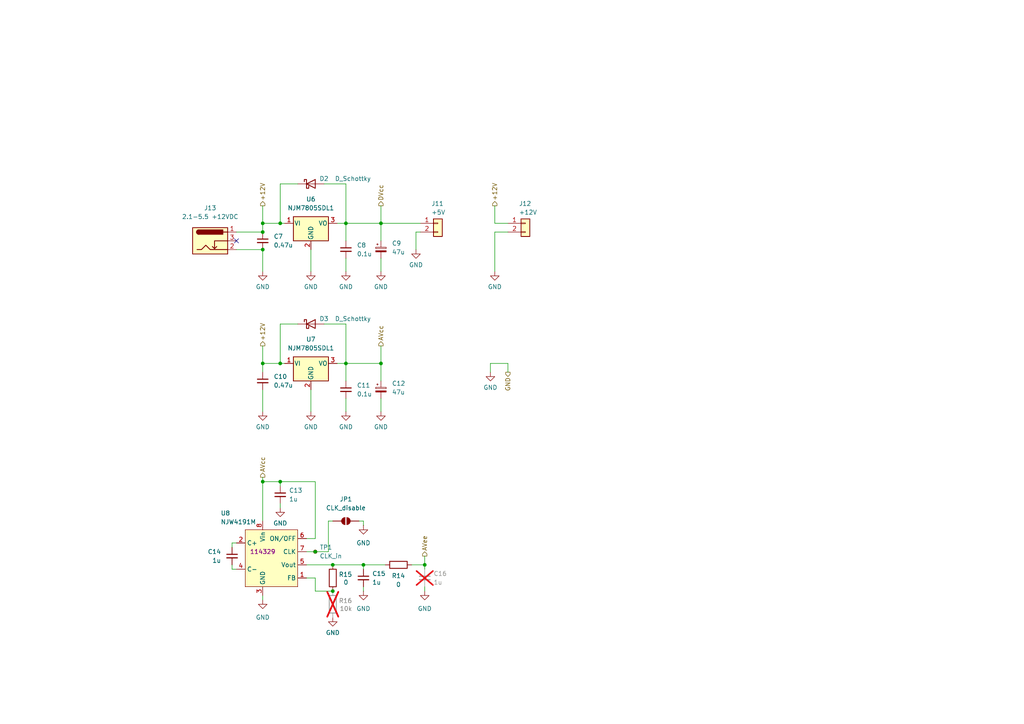
<source format=kicad_sch>
(kicad_sch (version 20250114) (generator "eeschema") (generator_version "9.0")
  (paper "A4")
  (lib_symbols
    (symbol "AM_PowerIC_Switching:NJM4191M"
      (property "Reference" "U" (at 4.318 10.414 0))
      (property "Value" "NJM4191M" (at 8.636 8.128 0))
      (symbol "NJM4191M_1_1"
        (rectangle (start -5.08 6.35) (end 10.16 -10.16) (fill (type background)))
        (pin passive line (at -7.62 2.54 0) (length 2.54) (name "C+") (number "2"))
        (pin passive line (at -7.62 -5.08 0) (length 2.54) (name "C-") (number "4"))
        (pin power_in line (at 0 8.89 270) (length 2.54) (name "Vin") (number "8"))
        (pin power_in line (at 0 -12.7 90) (length 2.54) (name "GND") (number "3"))
        (pin passive line (at 12.7 3.81 180) (length 2.54) (name "ON/OFF") (number "6"))
        (pin passive line (at 12.7 0 180) (length 2.54) (name "CLK") (number "7"))
        (pin power_out line (at 12.7 -3.81 180) (length 2.54) (name "Vout") (number "5"))
        (pin passive line (at 12.7 -7.62 180) (length 2.54) (name "FB") (number "1"))
      )
    )
    (symbol "Connector:Barrel_Jack_Switch_Pin3Ring" (pin_names (hide yes))
      (property "Reference" "J2" (at 0 9.525 0))
      (property "Value" "2.1-5.5 DC" (at 0 6.985 0))
      (symbol "Barrel_Jack_Switch_Pin3Ring_0_1"
        (rectangle (start -5.08 3.81) (end 5.08 -3.81) (stroke (width 0.254)) (fill (type background)))
        (polyline (pts (xy -3.81 -2.54) (xy -2.54 -2.54) (xy -1.27 -1.27) (xy 0 -2.54) (xy 2.54 -2.54) (xy 5.08 -2.54)) (stroke (width 0.254)))
        (arc (start -3.302 1.905) (mid -3.9342 2.54) (end -3.302 3.175) (stroke (width 0.254)))
        (arc (start -3.302 1.905) (mid -3.9342 2.54) (end -3.302 3.175) (stroke (width 0.254)) (fill (type outline)))
        (polyline (pts (xy 1.27 -2.286) (xy 1.905 -1.651)) (stroke (width 0.254)))
        (rectangle (start 3.683 3.175) (end -3.302 1.905) (stroke (width 0.254)) (fill (type outline)))
        (polyline (pts (xy 5.08 2.54) (xy 3.81 2.54)) (stroke (width 0.254)))
        (polyline (pts (xy 5.08 0) (xy 1.27 0) (xy 1.27 -2.286) (xy 0.635 -1.651)) (stroke (width 0.254)))
      )
      (symbol "Barrel_Jack_Switch_Pin3Ring_1_1"
        (pin passive line (at 7.62 2.54 180) (length 2.54) (name "~") (number "1"))
        (pin passive line (at 7.62 0 180) (length 2.54) (name "~") (number "3"))
        (pin passive line (at 7.62 -2.54 180) (length 2.54) (name "~") (number "2"))
      )
    )
    (symbol "Connector:TestPoint_Small" (pin_numbers (hide yes)) (pin_names (offset 0.762) (hide yes))
      (property "Reference" "TP" (at 0 3.81 0))
      (property "Value" "TestPoint_Small" (at 0 2.032 0))
      (symbol "TestPoint_Small_0_1"
        (circle (center 0 0) (radius 0.508))
      )
      (symbol "TestPoint_Small_1_1"
        (pin passive line (at 0 0 90) (length 0) (name "1") (number "1"))
      )
    )
    (symbol "Connector_Generic:Conn_01x02" (pin_names (offset 1.016) (hide yes))
      (property "Reference" "J" (at 0 2.54 0))
      (property "Value" "Conn_01x02" (at 0 -5.08 0))
      (symbol "Conn_01x02_1_1"
        (rectangle (start -1.27 1.27) (end 1.27 -3.81) (stroke (width 0.254)) (fill (type background)))
        (rectangle (start -1.27 0.127) (end 0 -0.127) (stroke (width 0.1524)))
        (rectangle (start -1.27 -2.413) (end 0 -2.667) (stroke (width 0.1524)))
        (pin passive line (at -5.08 0 0) (length 3.81) (name "Pin_1") (number "1"))
        (pin passive line (at -5.08 -2.54 0) (length 3.81) (name "Pin_2") (number "2"))
      )
    )
    (symbol "Device:C_Polarized_Small" (pin_numbers (hide yes)) (pin_names (offset 0.254) (hide yes))
      (property "Reference" "C" (at 0.254 1.778 0))
      (property "Value" "C_Polarized_Small" (at 0.254 -2.032 0))
      (symbol "C_Polarized_Small_0_1"
        (rectangle (start -1.524 0.6858) (end 1.524 0.3048))
        (rectangle (start -1.524 -0.3048) (end 1.524 -0.6858) (fill (type outline)))
        (polyline (pts (xy -1.27 1.524) (xy -0.762 1.524)))
        (polyline (pts (xy -1.016 1.27) (xy -1.016 1.778)))
      )
      (symbol "C_Polarized_Small_1_1"
        (pin passive line (at 0 2.54 270) (length 1.8542) (name "~") (number "1"))
        (pin passive line (at 0 -2.54 90) (length 1.8542) (name "~") (number "2"))
      )
    )
    (symbol "Device:C_Small" (pin_numbers (hide yes)) (pin_names (offset 0.254) (hide yes))
      (property "Reference" "C" (at 0.254 1.778 0))
      (property "Value" "C_Small" (at 0.254 -2.032 0))
      (symbol "C_Small_0_1"
        (polyline (pts (xy -1.524 0.508) (xy 1.524 0.508)) (stroke (width 0.3048)))
        (polyline (pts (xy -1.524 -0.508) (xy 1.524 -0.508)) (stroke (width 0.3302)))
      )
      (symbol "C_Small_1_1"
        (pin passive line (at 0 2.54 270) (length 2.032) (name "~") (number "1"))
        (pin passive line (at 0 -2.54 90) (length 2.032) (name "~") (number "2"))
      )
    )
    (symbol "Device:D_Schottky" (pin_numbers (hide yes)) (pin_names (offset 1.016) (hide yes))
      (property "Reference" "D" (at 0 2.54 0))
      (property "Value" "D_Schottky" (at 0 -2.54 0))
      (symbol "D_Schottky_0_1"
        (polyline (pts (xy -1.905 0.635) (xy -1.905 1.27) (xy -1.27 1.27) (xy -1.27 -1.27) (xy -0.635 -1.27) (xy -0.635 -0.635)) (stroke (width 0.254)))
        (polyline (pts (xy 1.27 1.27) (xy 1.27 -1.27) (xy -1.27 0) (xy 1.27 1.27)) (stroke (width 0.254)))
        (polyline (pts (xy 1.27 0) (xy -1.27 0)))
      )
      (symbol "D_Schottky_1_1"
        (pin passive line (at -3.81 0 0) (length 2.54) (name "K") (number "1"))
        (pin passive line (at 3.81 0 180) (length 2.54) (name "A") (number "2"))
      )
    )
    (symbol "Device:R" (pin_numbers (hide yes)) (pin_names (offset 0))
      (property "Reference" "R" (at 2.032 0 90))
      (property "Value" "R" (at 0 0 90))
      (symbol "R_0_1"
        (rectangle (start -1.016 -2.54) (end 1.016 2.54) (stroke (width 0.254)))
      )
      (symbol "R_1_1"
        (pin passive line (at 0 3.81 270) (length 1.27) (name "~") (number "1"))
        (pin passive line (at 0 -3.81 90) (length 1.27) (name "~") (number "2"))
      )
    )
    (symbol "GND_1" (power) (pin_numbers (hide yes)) (pin_names (offset 0) (hide yes))
      (property "Value" "GND" (at 0 -3.81 0))
      (symbol "GND_1_0_1"
        (polyline (pts (xy 0 0) (xy 0 -1.27) (xy 1.27 -1.27) (xy 0 -2.54) (xy -1.27 -1.27) (xy 0 -1.27)))
      )
      (symbol "GND_1_1_1"
        (pin power_in line (at 0 0 270) (length 0) (name "~") (number "1"))
      )
    )
    (symbol "Jumper:SolderJumper_2_Open" (pin_numbers (hide yes)) (pin_names (offset 0) (hide yes)) (exclude_from_sim yes) (in_bom no)
      (property "Reference" "JP" (at 0 2.032 0))
      (property "Value" "SolderJumper_2_Open" (at 0 -2.54 0))
      (symbol "SolderJumper_2_Open_0_1"
        (polyline (pts (xy -0.254 1.016) (xy -0.254 -1.016)))
        (arc (start -0.254 -1.016) (mid -1.2656 0) (end -0.254 1.016))
        (arc (start -0.254 -1.016) (mid -1.2656 0) (end -0.254 1.016) (fill (type outline)))
        (arc (start 0.254 1.016) (mid 1.2656 0) (end 0.254 -1.016))
        (arc (start 0.254 1.016) (mid 1.2656 0) (end 0.254 -1.016) (fill (type outline)))
        (polyline (pts (xy 0.254 1.016) (xy 0.254 -1.016)))
      )
      (symbol "SolderJumper_2_Open_1_1"
        (pin passive line (at -3.81 0 0) (length 2.54) (name "A") (number "1"))
        (pin passive line (at 3.81 0 180) (length 2.54) (name "B") (number "2"))
      )
    )
    (symbol "Regulator_Linear:NCP1117-12_TO252" (pin_names (offset 0.254))
      (property "Reference" "U1" (at 0 7.62 0))
      (property "Value" "NJM7808SDL1" (at 0 5.08 0))
      (symbol "NCP1117-12_TO252_0_1"
        (rectangle (start -5.08 1.905) (end 5.08 -5.08) (stroke (width 0.254)) (fill (type background)))
      )
      (symbol "NCP1117-12_TO252_1_1"
        (pin power_in line (at -7.62 0 0) (length 2.54) (name "VI") (number "1"))
        (pin power_in line (at 0 -7.62 90) (length 2.54) (name "GND") (number "2"))
        (pin power_out line (at 7.62 0 180) (length 2.54) (name "VO") (number "3"))
      )
    )
    (symbol "power:GND" (power) (pin_names (offset 0))
      (property "Value" "GND" (at 0 -3.81 0))
      (symbol "GND_0_1"
        (polyline (pts (xy 0 0) (xy 0 -1.27) (xy 1.27 -1.27) (xy 0 -2.54) (xy -1.27 -1.27) (xy 0 -1.27)))
      )
      (symbol "GND_1_1"
        (pin power_in line (at 0 0 270) (length 0) (hide yes) (name "GND") (number "1"))
      )
    )
  )
  (junction (at 123.19 163.83))
  (junction (at 81.28 105.41))
  (junction (at 81.28 139.7))
  (junction (at 100.33 105.41))
  (junction (at 81.28 64.77))
  (junction (at 110.49 64.77))
  (junction (at 76.2 64.77))
  (junction (at 76.2 67.31))
  (junction (at 96.52 171.45))
  (junction (at 110.49 105.41))
  (junction (at 105.41 163.83))
  (junction (at 76.2 105.41))
  (junction (at 76.2 139.7))
  (junction (at 96.52 163.83))
  (junction (at 91.44 160.02))
  (junction (at 100.33 64.77))
  (junction (at 76.2 72.39))
  (no_connect (at 68.58 69.85))
  (wire (pts (xy 81.28 139.7) (xy 81.28 140.97)))
  (wire (pts (xy 110.49 64.77) (xy 110.49 69.85)))
  (wire (pts (xy 96.52 163.83) (xy 105.41 163.83)))
  (wire (pts (xy 68.58 67.31) (xy 76.2 67.31)))
  (wire (pts (xy 104.14 151.13) (xy 105.41 151.13)))
  (wire (pts (xy 97.79 105.41) (xy 100.33 105.41)))
  (wire (pts (xy 110.49 100.33) (xy 110.49 105.41)))
  (wire (pts (xy 100.33 105.41) (xy 100.33 110.49)))
  (wire (pts (xy 123.19 163.83) (xy 123.19 165.1)))
  (wire (pts (xy 76.2 64.77) (xy 76.2 67.31)))
  (wire (pts (xy 100.33 64.77) (xy 110.49 64.77)))
  (wire (pts (xy 93.98 93.98) (xy 100.33 93.98)))
  (wire (pts (xy 105.41 151.13) (xy 105.41 152.4)))
  (wire (pts (xy 76.2 64.77) (xy 81.28 64.77)))
  (wire (pts (xy 68.58 72.39) (xy 76.2 72.39)))
  (wire (pts (xy 88.9 167.64) (xy 91.44 167.64)))
  (wire (pts (xy 93.98 53.34) (xy 100.33 53.34)))
  (wire (pts (xy 81.28 64.77) (xy 82.55 64.77)))
  (wire (pts (xy 91.44 171.45) (xy 96.52 171.45)))
  (wire (pts (xy 88.9 160.02) (xy 91.44 160.02)))
  (wire (pts (xy 86.36 53.34) (xy 81.28 53.34)))
  (wire (pts (xy 119.38 163.83) (xy 123.19 163.83)))
  (wire (pts (xy 105.41 170.18) (xy 105.41 171.45)))
  (wire (pts (xy 120.65 67.31) (xy 120.65 72.39)))
  (wire (pts (xy 76.2 72.39) (xy 76.2 78.74)))
  (wire (pts (xy 76.2 138.43) (xy 76.2 139.7)))
  (wire (pts (xy 121.92 67.31) (xy 120.65 67.31)))
  (wire (pts (xy 81.28 146.05) (xy 81.28 147.32)))
  (wire (pts (xy 123.19 161.29) (xy 123.19 163.83)))
  (wire (pts (xy 105.41 163.83) (xy 105.41 165.1)))
  (wire (pts (xy 100.33 105.41) (xy 110.49 105.41)))
  (wire (pts (xy 147.32 105.41) (xy 147.32 107.95)))
  (wire (pts (xy 76.2 105.41) (xy 76.2 107.95)))
  (wire (pts (xy 100.33 64.77) (xy 100.33 69.85)))
  (wire (pts (xy 88.9 163.83) (xy 96.52 163.83)))
  (wire (pts (xy 123.19 170.18) (xy 123.19 171.45)))
  (wire (pts (xy 143.51 67.31) (xy 143.51 78.74)))
  (wire (pts (xy 142.24 107.95) (xy 142.24 105.41)))
  (wire (pts (xy 100.33 93.98) (xy 100.33 105.41)))
  (wire (pts (xy 91.44 167.64) (xy 91.44 171.45)))
  (wire (pts (xy 95.25 151.13) (xy 95.25 160.02)))
  (wire (pts (xy 105.41 163.83) (xy 111.76 163.83)))
  (wire (pts (xy 81.28 139.7) (xy 91.44 139.7)))
  (wire (pts (xy 96.52 151.13) (xy 95.25 151.13)))
  (wire (pts (xy 76.2 139.7) (xy 76.2 151.13)))
  (wire (pts (xy 100.33 115.57) (xy 100.33 119.38)))
  (wire (pts (xy 147.32 67.31) (xy 143.51 67.31)))
  (wire (pts (xy 91.44 156.21) (xy 91.44 139.7)))
  (wire (pts (xy 100.33 53.34) (xy 100.33 64.77)))
  (wire (pts (xy 142.24 105.41) (xy 147.32 105.41)))
  (wire (pts (xy 76.2 172.72) (xy 76.2 173.99)))
  (wire (pts (xy 90.17 72.39) (xy 90.17 78.74)))
  (wire (pts (xy 110.49 105.41) (xy 110.49 110.49)))
  (wire (pts (xy 86.36 93.98) (xy 81.28 93.98)))
  (wire (pts (xy 95.25 160.02) (xy 91.44 160.02)))
  (wire (pts (xy 90.17 113.03) (xy 90.17 119.38)))
  (wire (pts (xy 76.2 105.41) (xy 81.28 105.41)))
  (wire (pts (xy 147.32 64.77) (xy 143.51 64.77)))
  (wire (pts (xy 97.79 64.77) (xy 100.33 64.77)))
  (wire (pts (xy 76.2 59.69) (xy 76.2 64.77)))
  (wire (pts (xy 81.28 139.7) (xy 76.2 139.7)))
  (wire (pts (xy 100.33 74.93) (xy 100.33 78.74)))
  (wire (pts (xy 68.58 157.48) (xy 67.31 157.48)))
  (wire (pts (xy 67.31 157.48) (xy 67.31 158.75)))
  (wire (pts (xy 110.49 64.77) (xy 121.92 64.77)))
  (wire (pts (xy 67.31 163.83) (xy 67.31 165.1)))
  (wire (pts (xy 81.28 105.41) (xy 82.55 105.41)))
  (wire (pts (xy 76.2 100.33) (xy 76.2 105.41)))
  (wire (pts (xy 76.2 113.03) (xy 76.2 119.38)))
  (wire (pts (xy 110.49 74.93) (xy 110.49 78.74)))
  (wire (pts (xy 67.31 165.1) (xy 68.58 165.1)))
  (wire (pts (xy 143.51 64.77) (xy 143.51 59.69)))
  (wire (pts (xy 110.49 59.69) (xy 110.49 64.77)))
  (wire (pts (xy 110.49 115.57) (xy 110.49 119.38)))
  (wire (pts (xy 81.28 53.34) (xy 81.28 64.77)))
  (wire (pts (xy 81.28 93.98) (xy 81.28 105.41)))
  (wire (pts (xy 88.9 156.21) (xy 91.44 156.21)))
  (hierarchical_label "DVcc" (shape output) (at 110.49 59.69 90))
  (hierarchical_label "+12V" (shape output) (at 143.51 59.69 90))
  (hierarchical_label "AVee" (shape output) (at 123.19 161.29 90))
  (hierarchical_label "AVcc" (shape output) (at 110.49 100.33 90))
  (hierarchical_label "AVcc" (shape output) (at 76.2 138.43 90))
  (hierarchical_label "GND" (shape output) (at 147.32 107.95 270))
  (hierarchical_label "+12V" (shape output) (at 76.2 59.69 90))
  (hierarchical_label "+12V" (shape output) (at 76.2 100.33 90))
  (symbol (lib_id "Regulator_Linear:NCP1117-12_TO252") (at 90.17 64.77 0) (unit 1)
    (property "Reference" "U6" (at 90.17 57.785 0))
    (property "Value" "NJM7805SDL1" (at 90.17 60.325 0))
    (property "Footprint" "Package_TO_SOT_SMD:TO-252-2" (effects (hide yes)))
    (property "Datasheet" "https://akizukidenshi.com/goodsaffix/NJM7800S_J.pdf" (effects (hide yes)))
    (property "Akizuki_code" "111237" (effects (hide yes)))
  )
  (symbol (lib_id "power:GND") (at 76.2 119.38 0) (unit 1)
    (property "Reference" "#PWR039" (effects (hide yes)))
    (property "Value" "GND" (at 76.2 123.825 0))
  )
  (symbol (lib_id "power:GND") (at 90.17 78.74 0) (unit 1)
    (property "Reference" "#PWR034" (effects (hide yes)))
    (property "Value" "GND" (at 90.17 83.185 0))
  )
  (symbol (lib_id "Device:C_Small") (at 76.2 69.85 0) (unit 1)
    (property "Reference" "C7" (at 79.375 68.5862 0) (effects (justify left)))
    (property "Value" "0.47u" (at 79.375 71.1262 0) (effects (justify left)))
    (property "Footprint" "Capacitor_SMD:C_0603_1608Metric" (effects (hide yes)))
    (property "Akizuki_code" "114554" (effects (hide yes)))
  )
  (symbol (lib_id "power:GND") (at 143.51 78.74 0) (unit 1)
    (property "Reference" "#PWR037" (effects (hide yes)))
    (property "Value" "GND" (at 143.51 83.185 0))
  )
  (symbol (lib_id "Device:R") (at 115.57 163.83 90) (unit 1)
    (property "Reference" "R14" (at 115.57 167.005 90))
    (property "Value" "0" (at 115.57 169.545 90))
    (property "Footprint" "Resistor_SMD:R_0603_1608Metric" (effects (hide yes)))
  )
  (symbol (lib_id "Device:C_Small") (at 105.41 167.64 0) (unit 1)
    (property "Reference" "C15" (at 107.95 166.3762 0) (effects (justify left)))
    (property "Value" "1u" (at 107.95 168.9162 0) (effects (justify left)))
    (property "Footprint" "Capacitor_SMD:C_0603_1608Metric" (effects (hide yes)))
    (property "Akizuki_code" "114554" (effects (hide yes)))
  )
  (symbol (lib_id "power:GND") (at 110.49 119.38 0) (unit 1)
    (property "Reference" "#PWR042" (effects (hide yes)))
    (property "Value" "GND" (at 110.49 123.825 0))
  )
  (symbol (lib_id "Device:R") (at 96.52 175.26 180) (unit 1) (dnp yes)
    (property "Reference" "R16" (at 100.203 174.244 0))
    (property "Value" "10k" (at 100.33 176.53 0))
    (property "Footprint" "Resistor_SMD:R_0603_1608Metric" (effects (hide yes)))
  )
  (symbol (lib_name "GND_1") (lib_id "power:GND") (at 76.2 173.99 0) (unit 1)
    (property "Reference" "#PWR047" (effects (hide yes)))
    (property "Value" "GND" (at 76.2 179.07 0))
    (property "Description" "Power symbol creates a global label with name \"GND\" , ground" (effects (hide yes)))
  )
  (symbol (lib_id "power:GND") (at 90.17 119.38 0) (unit 1)
    (property "Reference" "#PWR040" (effects (hide yes)))
    (property "Value" "GND" (at 90.17 123.825 0))
  )
  (symbol (lib_name "GND_1") (lib_id "power:GND") (at 105.41 152.4 0) (unit 1)
    (property "Reference" "#PWR044" (effects (hide yes)))
    (property "Value" "GND" (at 105.41 157.48 0))
    (property "Description" "Power symbol creates a global label with name \"GND\" , ground" (effects (hide yes)))
  )
  (symbol (lib_id "Connector:TestPoint_Small") (at 91.44 160.02 0) (unit 1) (exclude_from_sim yes) (in_bom no)
    (property "Reference" "TP1" (at 92.71 158.7499 0) (effects (justify left)))
    (property "Value" "CLK_in" (at 92.71 161.2899 0) (effects (justify left)))
    (property "Footprint" "TestPoint:TestPoint_Pad_2.0x2.0mm" (effects (hide yes)))
    (property "Description" "test point" (effects (hide yes)))
  )
  (symbol (lib_id "power:GND") (at 76.2 78.74 0) (unit 1)
    (property "Reference" "#PWR033" (effects (hide yes)))
    (property "Value" "GND" (at 76.2 83.185 0))
  )
  (symbol (lib_id "Connector:Barrel_Jack_Switch_Pin3Ring") (at 60.96 69.85 0) (unit 1)
    (property "Reference" "J13" (at 60.96 60.325 0))
    (property "Value" "2.1-5.5 +12VDC" (at 60.96 62.865 0))
    (property "Footprint" "AM_Conn_BarrelJack:MJ-179P(H)" (effects (hide yes)))
    (property "Datasheet" "https://akizukidenshi.com/goodsaffix/mj179ph_mj180ph.pdf" (effects (hide yes)))
    (property "Akizuki_code" "106568" (effects (hide yes)))
  )
  (symbol (lib_id "Device:R") (at 96.52 167.64 180) (unit 1)
    (property "Reference" "R15" (at 100.203 166.624 0))
    (property "Value" "0" (at 100.33 168.91 0))
    (property "Footprint" "Resistor_SMD:R_0603_1608Metric" (effects (hide yes)))
  )
  (symbol (lib_id "AM_PowerIC_Switching:NJM4191M") (at 76.2 160.02 0) (unit 1)
    (property "Reference" "U8" (at 64.008 148.844 0) (effects (justify left)))
    (property "Value" "NJW4191M" (at 64.008 151.384 0) (effects (justify left)))
    (property "Footprint" "Package_DMP:DMP-8_5x5_P1.27mm" (effects (hide yes)))
    (property "Datasheet" "https://akizukidenshi.com/goodsaffix/njw4191.pdf" (effects (hide yes)))
    (property "Description" "Switched capacitor negative power IC" (effects (hide yes)))
    (property "Akizuki_code" "114329" (at 76.2 160.02 0))
  )
  (symbol (lib_id "power:GND") (at 142.24 107.95 0) (unit 1)
    (property "Reference" "#PWR038" (effects (hide yes)))
    (property "Value" "GND" (at 142.24 112.395 0))
  )
  (symbol (lib_id "power:GND") (at 81.28 147.32 0) (unit 1)
    (property "Reference" "#PWR043" (effects (hide yes)))
    (property "Value" "GND" (at 81.28 151.765 0))
  )
  (symbol (lib_id "Device:C_Small") (at 81.28 143.51 0) (unit 1)
    (property "Reference" "C13" (at 83.82 142.2462 0) (effects (justify left)))
    (property "Value" "1u" (at 83.82 144.7862 0) (effects (justify left)))
    (property "Footprint" "Capacitor_SMD:C_0603_1608Metric" (effects (hide yes)))
    (property "Akizuki_code" "114554" (effects (hide yes)))
  )
  (symbol (lib_id "Regulator_Linear:NCP1117-12_TO252") (at 90.17 105.41 0) (unit 1)
    (property "Reference" "U7" (at 90.17 98.425 0))
    (property "Value" "NJM7805SDL1" (at 90.17 100.965 0))
    (property "Footprint" "Package_TO_SOT_SMD:TO-252-2" (effects (hide yes)))
    (property "Datasheet" "https://akizukidenshi.com/goodsaffix/NJM7800S_J.pdf" (effects (hide yes)))
    (property "Akizuki_code" "111237" (effects (hide yes)))
  )
  (symbol (lib_id "power:GND") (at 120.65 72.39 0) (unit 1)
    (property "Reference" "#PWR032" (effects (hide yes)))
    (property "Value" "GND" (at 120.65 76.835 0))
  )
  (symbol (lib_id "power:GND") (at 110.49 78.74 0) (unit 1)
    (property "Reference" "#PWR036" (effects (hide yes)))
    (property "Value" "GND" (at 110.49 83.185 0))
  )
  (symbol (lib_id "Device:C_Small") (at 123.19 167.64 0) (unit 1) (dnp yes)
    (property "Reference" "C16" (at 125.73 166.3762 0) (effects (justify left)))
    (property "Value" "1u" (at 125.73 168.9162 0) (effects (justify left)))
    (property "Footprint" "Capacitor_SMD:C_0603_1608Metric" (effects (hide yes)))
    (property "Akizuki_code" "114554" (effects (hide yes)))
  )
  (symbol (lib_id "Connector_Generic:Conn_01x02") (at 127 64.77 0) (unit 1)
    (property "Reference" "J11" (at 125.095 59.055 0) (effects (justify left)))
    (property "Value" "+5V" (at 125.095 61.595 0) (effects (justify left)))
    (property "Footprint" "Connector_JST:JST_XH_B2B-XH-A_1x02_P2.50mm_Vertical" (effects (hide yes)))
    (property "Datasheet" "https://akizukidenshi.com/goodsaffix/xh.pdf" (effects (hide yes)))
    (property "Akizuki_code" "112247" (effects (hide yes)))
  )
  (symbol (lib_id "Device:C_Small") (at 67.31 161.29 0) (mirror y) (unit 1)
    (property "Reference" "C14" (at 64.135 160.0262 0) (effects (justify left)))
    (property "Value" "1u" (at 64.135 162.5662 0) (effects (justify left)))
    (property "Footprint" "Capacitor_SMD:C_0603_1608Metric" (effects (hide yes)))
    (property "Akizuki_code" "114554" (effects (hide yes)))
  )
  (symbol (lib_id "power:GND") (at 100.33 119.38 0) (unit 1)
    (property "Reference" "#PWR041" (effects (hide yes)))
    (property "Value" "GND" (at 100.33 123.825 0))
  )
  (symbol (lib_id "Device:D_Schottky") (at 90.17 93.98 0) (unit 1)
    (property "Reference" "D3" (at 93.98 92.456 0))
    (property "Value" "D_Schottky" (at 102.362 92.456 0))
    (property "Footprint" "Diode_SMD:D_SOD-323" (effects (hide yes)))
    (property "Description" "Schottky diode" (effects (hide yes)))
  )
  (symbol (lib_id "Device:C_Polarized_Small") (at 110.49 72.39 0) (unit 1)
    (property "Reference" "C9" (at 113.665 70.5738 0) (effects (justify left)))
    (property "Value" "47u" (at 113.665 73.1138 0) (effects (justify left)))
    (property "Footprint" "Capacitor_SMD:CP_Elec_8x6.2" (effects (hide yes)))
    (property "Akizuki_code" "114453" (effects (hide yes)))
  )
  (symbol (lib_id "power:GND") (at 100.33 78.74 0) (unit 1)
    (property "Reference" "#PWR035" (effects (hide yes)))
    (property "Value" "GND" (at 100.33 83.185 0))
  )
  (symbol (lib_id "Device:C_Small") (at 76.2 110.49 0) (unit 1)
    (property "Reference" "C10" (at 79.375 109.2262 0) (effects (justify left)))
    (property "Value" "0.47u" (at 79.375 111.7662 0) (effects (justify left)))
    (property "Footprint" "Capacitor_SMD:C_0603_1608Metric" (effects (hide yes)))
    (property "Akizuki_code" "114554" (effects (hide yes)))
  )
  (symbol (lib_name "GND_1") (lib_id "power:GND") (at 105.41 171.45 0) (unit 1)
    (property "Reference" "#PWR045" (effects (hide yes)))
    (property "Value" "GND" (at 105.41 176.53 0))
    (property "Description" "Power symbol creates a global label with name \"GND\" , ground" (effects (hide yes)))
  )
  (symbol (lib_id "Device:C_Small") (at 100.33 72.39 0) (unit 1)
    (property "Reference" "C8" (at 103.505 71.1262 0) (effects (justify left)))
    (property "Value" "0.1u" (at 103.505 73.6662 0) (effects (justify left)))
    (property "Footprint" "Capacitor_SMD:C_0603_1608Metric" (effects (hide yes)))
    (property "Akizuki_code" "116143" (effects (hide yes)))
  )
  (symbol (lib_id "Connector_Generic:Conn_01x02") (at 152.4 64.77 0) (unit 1)
    (property "Reference" "J12" (at 150.495 59.055 0) (effects (justify left)))
    (property "Value" "+12V" (at 150.495 61.595 0) (effects (justify left)))
    (property "Footprint" "Connector_JST:JST_XH_B2B-XH-A_1x02_P2.50mm_Vertical" (effects (hide yes)))
    (property "Datasheet" "https://akizukidenshi.com/goodsaffix/xh.pdf" (effects (hide yes)))
    (property "Akizuki_code" "112247" (effects (hide yes)))
  )
  (symbol (lib_name "GND_1") (lib_id "power:GND") (at 123.19 171.45 0) (unit 1)
    (property "Reference" "#PWR046" (effects (hide yes)))
    (property "Value" "GND" (at 123.19 176.53 0))
    (property "Description" "Power symbol creates a global label with name \"GND\" , ground" (effects (hide yes)))
  )
  (symbol (lib_id "Device:C_Polarized_Small") (at 110.49 113.03 0) (unit 1)
    (property "Reference" "C12" (at 113.665 111.2138 0) (effects (justify left)))
    (property "Value" "47u" (at 113.665 113.7538 0) (effects (justify left)))
    (property "Footprint" "Capacitor_SMD:CP_Elec_8x6.2" (effects (hide yes)))
    (property "Akizuki_code" "114453" (effects (hide yes)))
  )
  (symbol (lib_id "Device:C_Small") (at 100.33 113.03 0) (unit 1)
    (property "Reference" "C11" (at 103.505 111.7662 0) (effects (justify left)))
    (property "Value" "0.1u" (at 103.505 114.3062 0) (effects (justify left)))
    (property "Footprint" "Capacitor_SMD:C_0603_1608Metric" (effects (hide yes)))
    (property "Akizuki_code" "116143" (effects (hide yes)))
  )
  (symbol (lib_id "Jumper:SolderJumper_2_Open") (at 100.33 151.13 0) (unit 1) (exclude_from_sim yes) (in_bom no)
    (property "Reference" "JP1" (at 100.33 144.78 0))
    (property "Value" "CLK_disable" (at 100.33 147.32 0))
    (property "Footprint" "Jumper:SolderJumper-2_P1.3mm_Open_TrianglePad1.0x1.5mm" (effects (hide yes)))
    (property "Description" "Solder Jumper, 2-pole, open" (effects (hide yes)))
  )
  (symbol (lib_id "Device:D_Schottky") (at 90.17 53.34 0) (unit 1)
    (property "Reference" "D2" (at 93.98 51.816 0))
    (property "Value" "D_Schottky" (at 102.362 51.816 0))
    (property "Footprint" "Diode_SMD:D_SOD-323" (effects (hide yes)))
    (property "Description" "Schottky diode" (effects (hide yes)))
  )
  (symbol (lib_id "power:GND") (at 96.52 179.07 0) (unit 1)
    (property "Reference" "#PWR048" (effects (hide yes)))
    (property "Value" "GND" (at 96.52 183.515 0))
  )
)
</source>
